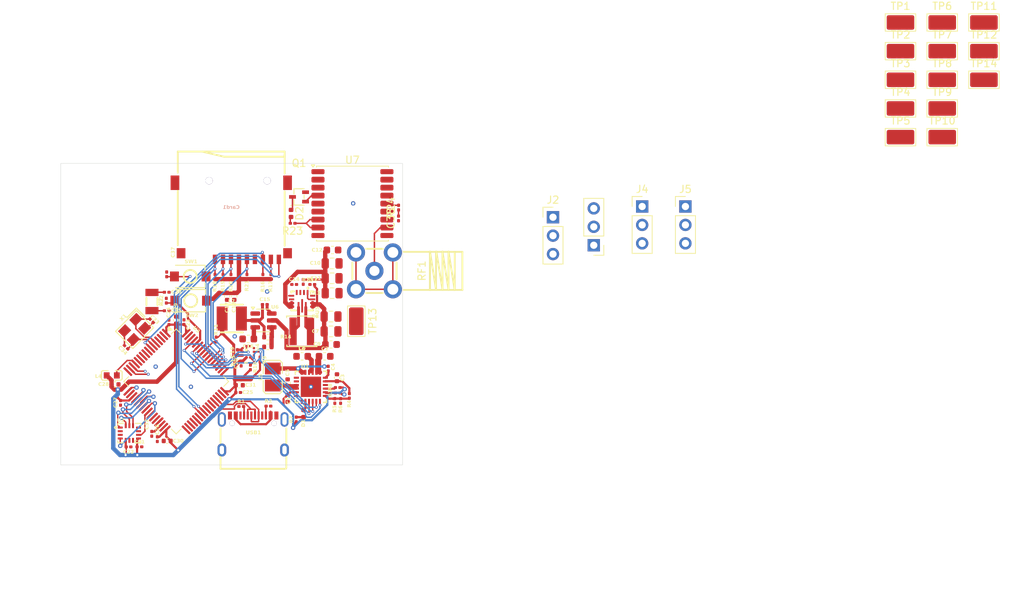
<source format=kicad_pcb>
(kicad_pcb (version 20241229) (generator "pcbnew") (generator_version "9.0")
  (layers (0 "F.Cu" signal) (2 "B.Cu" signal) (13 "F.Paste" user) (15 "B.Paste" user) (5 "F.SilkS" user "F.Silkscreen") (7 "B.SilkS" user "B.Silkscreen") (1 "F.Mask" user) (3 "B.Mask" user) (25 "Edge.Cuts" user))
  (net 0 "")
  (net 1 "VBUS")
  (net 2 "BAT+")
  (net 3 "GND")
  (net 4 "VREGN")
  (net 5 "Net-(U1-BTST)")
  (net 6 "/BTST")
  (net 7 "Net-(C5-Pad1)")
  (net 8 "VSYS")
  (net 9 "+5V")
  (net 10 "Net-(U5-Vaux)")
  (net 11 "Net-(U6-SW)")
  (net 12 "Net-(U6-CB)")
  (net 13 "+3.3V")
  (net 14 "Net-(U3-VCAP_1)")
  (net 15 "/HSE_IN")
  (net 16 "/HSE_OUT")
  (net 17 "/LSE_IN")
  (net 18 "/LSE_OUT")
  (net 19 "/RESET")
  (net 20 "/SD_DAT1")
  (net 21 "/SD_DAT0")
  (net 22 "/SD_CD")
  (net 23 "/SD_DAT2")
  (net 24 "/SD_DAT3")
  (net 25 "/SD_CLK")
  (net 26 "/SD_CMD")
  (net 27 "Net-(D1-K)")
  (net 28 "Net-(D1-A)")
  (net 29 "/SERVO1")
  (net 30 "/SERVO2")
  (net 31 "Net-(U3-VDDA)")
  (net 32 "Net-(U5-L1)")
  (net 33 "Net-(U5-L2)")
  (net 34 "Net-(USB1-CC1)")
  (net 35 "Net-(USB1-CC2)")
  (net 36 "Net-(U1-ILIM)")
  (net 37 "Net-(U1-TS)")
  (net 38 "/BQ_PG")
  (net 39 "/I2C_SDA")
  (net 40 "/I2C_SCL")
  (net 41 "/BQ_INT")
  (net 42 "Net-(U5-EN)")
  (net 43 "Net-(U5-PG)")
  (net 44 "Net-(U6-FB)")
  (net 45 "/BOOT")
  (net 49 "/BQ_CE")
  (net 50 "/ICM_INT1")
  (net 55 "/ICM_CS")
  (net 56 "/ICM_SCK")
  (net 57 "/ICM_INT2")
  (net 59 "/ICM_SDO")
  (net 60 "/ICM_SDI")
  (net 71 "/SERVO4")
  (net 73 "/SERVO3")
  (net 74 "/USB_DP")
  (net 77 "/BMP_INT")
  (net 78 "/USB_DN")
  (net 84 "/UART1_RX")
  (net 85 "/UART3_TX")
  (net 86 "/UART1_TX")
  (net 87 "/UART3_RX")
  (net 88 "/UART6_RX")
  (net 89 "/UART6_TX")
  (net 90 "Net-(C2-Pad1)")
  (net 91 "Net-(C38-Pad2)")
  (net 92 "Net-(D2-A)")
  (net 93 "Net-(D2-K)")
  (net 94 "Net-(RF1-Pad1)")
  (net 95 "/RF")
  (net 99 "Net-(U7-V_BCKP)")
  (net 104 "/PULSE")
  (net 105 "/VCC_RF")
  (footprint "Capacitor_SMD:C_0402_1005Metric" (layer "F.Cu") (at 180.46 118.3 90)
    (property "Reference" "C5")
    (property "Value" "10uF")
  )
  (footprint "Capacitor_SMD:C_0201_0603Metric" (layer "F.Cu") (at 158.2 113.39 135)
    (property "Reference" "C34")
    (property "Value" "20pF")
  )
  (footprint "Resistor_SMD:R_0201_0603Metric" (layer "F.Cu") (at 195.75 94.155 90)
    (property "Reference" "R24")
    (property "Value" "10")
  )
  (footprint "Resistor_SMD:R_0201_0603Metric" (layer "F.Cu") (at 187.76 120.8 90)
    (property "Reference" "R6")
    (property "Value" "10K")
  )
  (footprint "TestPoint:TestPoint_Keystone_5019_Miniature" (layer "F.Cu") (at 276.42 72.59)
    (property "Reference" "TP12")
    (property "Value" "TestPoint_Flag")
  )
  (footprint "lcsc:CRYSTAL-SMD_4P-L3.2-W2.5-BL" (layer "F.Cu") (at 159.37 110.95 -135)
    (property "Reference" "X1")
    (property "Value" "X322525MOB4SI")
  )
  (footprint "Resistor_SMD:R_0201_0603Metric" (layer "F.Cu") (at 187.36 118.95)
    (property "Reference" "R8")
    (property "Value" "10K")
  )
  (footprint "TestPoint:TestPoint_Keystone_5019_Miniature" (layer "F.Cu") (at 270.67 68.64)
    (property "Reference" "TP6")
    (property "Value" "TestPoint_Flag")
  )
  (footprint "Capacitor_SMD:C_0201_0603Metric" (layer "F.Cu") (at 164.1 109.965 90)
    (property "Reference" "C24")
    (property "Value" "100nF")
  )
  (footprint "Resistor_SMD:R_0201_0603Metric" (layer "F.Cu") (at 181.15 96.32 180)
    (property "Reference" "R23")
    (property "Value" "820")
  )
  (footprint "TestPoint:TestPoint_Keystone_5019_Miniature" (layer "F.Cu") (at 189.92 109.81 -90)
    (property "Reference" "TP13")
    (property "Value" "TestPoint_Flag")
  )
  (footprint "TestPoint:TestPoint_Keystone_5019_Miniature" (layer "F.Cu") (at 264.92 72.59)
    (property "Reference" "TP2")
    (property "Value" "TestPoint_Flag")
  )
  (footprint "Resistor_SMD:R_0201_0603Metric" (layer "F.Cu") (at 172.65 103.69 -90)
    (property "Reference" "R20")
    (property "Value" "10K")
  )
  (footprint "RF_GPS:ublox_MAX" (layer "F.Cu") (at 189.39 93.6)
    (property "Reference" "U7")
    (property "Value" "MAX-M10S")
  )
  (footprint "lcsc:SOT-323-3_L2.0-W1.3-P1.30-LS2.1-BR" (layer "F.Cu") (at 182.03 92.68)
    (property "Reference" "Q1")
    (property "Value" "PDTC114EU,115")
  )
  (footprint "Capacitor_SMD:C_0201_0603Metric" (layer "F.Cu") (at 157.43 121.06 -90)
    (property "Reference" "C27")
    (property "Value" "100nF")
  )
  (footprint "Capacitor_SMD:C_0201_0603Metric" (layer "F.Cu") (at 195.74 95.64 90)
    (property "Reference" "C38")
    (property "Value" "100nF")
  )
  (footprint "Capacitor_SMD:C_0402_1005Metric" (layer "F.Cu") (at 180.46 120.45 -90)
    (property "Reference" "C1")
    (property "Value" "1uF")
  )
  (footprint "LED_SMD:LED_0402_1005Metric" (layer "F.Cu") (at 180.93 94.955 -90)
    (property "Reference" "D2")
    (property "Value" "LED")
  )
  (footprint "Capacitor_SMD:C_0402_1005Metric" (layer "F.Cu") (at 156.67 118.52)
    (property "Reference" "C28")
    (property "Value" "1uF")
  )
  (footprint "lcsc:USB-C-SMD_TYPE-C-6PIN-2MD-073" (layer "F.Cu") (at 175.71 125.18)
    (property "Reference" "USB1")
    (property "Value" "TYPE-C 16PIN 2MD(073)")
  )
  (footprint "Capacitor_SMD:C_0603_1608Metric" (layer "F.Cu") (at 186.44 113.015)
    (property "Reference" "C9")
    (property "Value" "10uF")
  )
  (footprint "lcsc:VFQFPN-24_L4.0-W4.0-P0.50-BL-EP2.8" (layer "F.Cu") (at 183.66 118.85)
    (property "Reference" "U1")
    (property "Value" "BQ25883RGER")
  )
  (footprint "Capacitor_SMD:C_0201_0603Metric" (layer "F.Cu") (at 173.53 114.07 90)
    (property "Reference" "C19")
    (property "Value" "100nF")
  )
  (footprint "Capacitor_SMD:C_0402_1005Metric" (layer "F.Cu") (at 173.8 118.63)
    (property "Reference" "C31")
    (property "Value" "10uF")
  )
  (footprint "Capacitor_SMD:C_0805_2012Metric" (layer "F.Cu") (at 186.44 109.165)
    (property "Reference" "C8")
    (property "Value" "10uF")
  )
  (footprint "Capacitor_SMD:C_0805_2012Metric" (layer "F.Cu") (at 186.44 111.215)
    (property "Reference" "C7")
    (property "Value" "10uF")
  )
  (footprint "Capacitor_SMD:C_0201_0603Metric" (layer "F.Cu") (at 162.5 126.06 -90)
    (property "Reference" "C26")
    (property "Value" "100nF")
  )
  (footprint "Capacitor_SMD:C_0603_1608Metric" (layer "F.Cu") (at 182.46 114.65 180)
    (property "Reference" "C6")
    (property "Value" "44uF")
  )
  (footprint "LED_SMD:LED_0402_1005Metric" (layer "F.Cu") (at 182.66 122.5325 -90)
    (property "Reference" "D1")
    (property "Value" "LED")
  )
  (footprint "Capacitor_SMD:C_0805_2012Metric" (layer "F.Cu") (at 186.59 101.845)
    (property "Reference" "C10")
    (property "Value" "22uF")
  )
  (footprint "lcsc:SMA-TH_SMA-KWE902" (layer "F.Cu") (at 192.42 102.87 -90)
    (property "Reference" "RF1")
    (property "Value" "SMA-KWE902")
  )
  (footprint "Resistor_SMD:R_0201_0603Metric" (layer "F.Cu") (at 176.655 115.095 -90)
    (property "Reference" "R9")
    (property "Value" "10K")
  )
  (footprint "Connector_PinHeader_2.54mm:PinHeader_1x03_P2.54mm_Vertical" (layer "F.Cu") (at 222.65 99.34 180)
    (property "Reference" "J3" (hide yes))
    (property "Value" "Conn_01x03")
  )
  (footprint "lcsc:LGA-14_L3.0-W2.5-P0.50-TL" (layer "F.Cu") (at 158.65 125.22)
    (property "Reference" "U2")
    (property "Value" "ICM-45686" (hide yes))
  )
  (footprint "lcsc:IND-SMD_L3.0-W3.0" (layer "F.Cu") (at 172.76 109.44)
    (property "Reference" "L7")
    (property "Value" "YHNR3015-5R6M")
  )
  (footprint "Resistor_SMD:R_0201_0603Metric" (layer "F.Cu") (at 181.645 123.35 -90)
    (property "Reference" "R7")
    (property "Value" "10K")
  )
  (footprint "Resistor_SMD:R_0201_0603Metric" (layer "F.Cu") (at 183.855 104.745)
    (property "Reference" "R12")
    (property "Value" "10K")
  )
  (footprint "Capacitor_SMD:C_0402_1005Metric" (layer "F.Cu") (at 163.86 126.31 180)
    (property "Reference" "C30")
    (property "Value" "1uF")
  )
  (footprint "TestPoint:TestPoint_Keystone_5019_Miniature" (layer "F.Cu") (at 276.42 68.64)
    (property "Reference" "TP11")
    (property "Value" "TestPoint_Flag")
  )
  (footprint "Capacitor_SMD:C_0402_1005Metric" (layer "F.Cu") (at 187.26 117.6 90)
    (property "Reference" "C3")
    (property "Value" "10uF")
  )
  (footprint "Resistor_SMD:R_0201_0603Metric" (layer "F.Cu") (at 188.96 120.1 90)
    (property "Reference" "R4")
    (property "Value" "5.23K")
  )
  (footprint "Resistor_SMD:R_0201_0603Metric" (layer "F.Cu") (at 187.37 119.7)
    (property "Reference" "R3")
    (property "Value" "383")
  )
  (footprint "Capacitor_SMD:C_0603_1608Metric" (layer "F.Cu") (at 186.64 99.995)
    (property "Reference" "C12")
    (property "Value" "10uF")
  )
  (footprint "Capacitor_SMD:C_0201_0603Metric" (layer "F.Cu") (at 161.73 125.33 -90)
    (property "Reference" "C32")
    (property "Value" "2.2uF")
  )
  (footprint "Connector_PinHeader_2.54mm:PinHeader_1x03_P2.54mm_Vertical" (layer "F.Cu") (at 217.03 95.48)
    (property "Reference" "J2")
    (property "Value" "Conn_01x03")
  )
  (footprint "lcsc:VQFN-HR-15_L3.0-W2.5-P0.50-BL_TPS63070RNMR" (layer "F.Cu") (at 182.46 106.87 180)
    (property "Reference" "U5")
    (property "Value" "TPS63070RNMR")
  )
  (footprint "lcsc:IND-SMD_L4.0-W4.0-A" (layer "F.Cu") (at 182.41 111.2)
    (property "Reference" "L6")
    (property "Value" "XFL4020-152MEC")
  )
  (footprint "TestPoint:TestPoint_Keystone_5019_Miniature" (layer "F.Cu") (at 276.42 76.54)
    (property "Reference" "TP14")
    (property "Value" "TestPoint_Flag")
  )
  (footprint "Resistor_SMD:R_0201_0603Metric" (layer "F.Cu") (at 177.81 121.5125)
    (property "Reference" "R2")
    (property "Value" "5.1K")
  )
  (footprint "TestPoint:TestPoint_Keystone_5019_Miniature" (layer "F.Cu") (at 264.92 68.64)
    (property "Reference" "TP1")
    (property "Value" "TestPoint_Flag")
  )
  (footprint "Package_QFP:LQFP-64_10x10mm_P0.5mm" (layer "F.Cu") (at 165.1 118.115 -45)
    (property "Reference" "U3")
    (property "Value" "STM32F722RETx")
  )
  (footprint "TestPoint:TestPoint_Keystone_5019_Miniature" (layer "F.Cu") (at 264.92 76.54)
    (property "Reference" "TP3")
    (property "Value" "TestPoint_Flag")
  )
  (footprint "Capacitor_SMD:C_0201_0603Metric" (layer "F.Cu") (at 161.71 109.75 -45)
    (property "Reference" "C33")
    (property "Value" "20pF")
  )
  (footprint "lcsc:L0603" (layer "F.Cu") (at 156.22 117.28 180)
    (property "Reference" "L4")
    (property "Value" "FCM1608KF-601T03")
  )
  (footprint "Capacitor_SMD:C_0201_0603Metric" (layer "F.Cu") (at 174.055 115.645 -90)
    (property "Reference" "C20")
    (property "Value" "100nF")
  )
  (footprint "TestPoint:TestPoint_Keystone_5019_Miniature" (layer "F.Cu") (at 264.92 80.49)
    (property "Reference" "TP4")
    (property "Value" "TestPoint_Flag")
  )
  (footprint "Capacitor_SMD:C_0201_0603Metric" (layer "F.Cu") (at 163.79 103.35 -90)
    (property "Reference" "C37")
    (property "Value" "100nF")
  )
  (footprint "Resistor_SMD:R_0201_0603Metric" (layer "F.Cu") (at 171.55 103.69 -90)
    (property "Reference" "R19")
    (property "Value" "10K")
  )
  (footprint "lcsc:SW-SMD_L3.9-W3.0-P4.45" (layer "F.Cu") (at 167.04 103.64 180)
    (property "Reference" "SW1")
    (property "Value" "TS-1088-AR02016" (hide yes))
  )
  (footprint "Capacitor_SMD:C_0201_0603Metric" (layer "F.Cu") (at 160.03 127.12)
    (property "Reference" "C21")
    (property "Value" "100nF")
  )
  (footprint "Resistor_SMD:R_0201_0603Metric" (layer "F.Cu") (at 178.15 103.69 -90)
    (property "Reference" "R17")
    (property "Value" "10K")
  )
  (footprint "Resistor_SMD:R_0201_0603Metric" (layer "F.Cu") (at 170.45 103.69 -90)
    (property "Reference" "R18")
    (property "Value" "10K")
  )
  (footprint "Resistor_SMD:R_0402_1005Metric" (layer "F.Cu") (at 177.7325 112.0025 180)
    (property "Reference" "R14")
    (property "Value" "100K")
  )
  (footprint "lcsc:L2520" (layer "F.Cu") (at 178.41 117.5 -90)
    (property "Reference" "L5")
    (property "Value" "DFE252012F-1R0M=P2")
  )
  (footprint "Capacitor_SMD:C_0402_1005Metric" (layer "F.Cu") (at 172.12 106.39 -90)
    (property "Reference" "C17")
    (property "Value" "22uF" (hide yes))
  )
  (footprint "TestPoint:TestPoint_Keystone_5019_Miniature" (layer "F.Cu") (at 270.67 76.54)
    (property "Reference" "TP8")
    (property "Value" "TestPoint_Flag")
  )
  (footprint "TestPoint:TestPoint_Keystone_5019_Miniature" (layer "F.Cu") (at 264.92 84.44)
    (property "Reference" "TP5")
    (property "Value" "TestPoint_Flag")
  )
  (footprint "lcsc:FC-135R_L3.2-W1.5" (layer "F.Cu") (at 161.76 107.095 90)
    (property "Reference" "X2")
    (property "Value" "Q13FC1350000400")
  )
  (footprint "lcsc:TF-SMD_TF-01A" (layer "F.Cu") (at 172.69 96.01 180)
    (property "Reference" "Card1")
    (property "Value" "TF-01A")
  )
  (footprint "Capacitor_SMD:C_0201_0603Metric" (layer "F.Cu") (at 186.06 116.35 -90)
    (property "Reference" "C4")
    (property "Value" "47nF")
  )
  (footprint "Resistor_SMD:R_0201_0603Metric" (layer "F.Cu") (at 186.96 120.8 90)
    (property "Reference" "R5")
    (property "Value" "30.1K")
  )
  (footprint "Capacitor_SMD:C_0402_1005Metric" (layer "F.Cu") (at 165.1 109.665 90)
    (property "Reference" "C29")
    (property "Value" "1uF")
  )
  (footprint "Capacitor_SMD:C_0201_0603Metric" (layer "F.Cu") (at 163.795 108.37)
    (property "Reference" "C35")
    (property "Value" "6.8pF")
  )
  (footprint "lcsc:LGA-10_L2.0-W2.0-P0.50-TL_BMP580" (layer "F.Cu") (at 175.03 114.02 90)
    (property "Reference" "U4")
    (property "Value" "BMP580")
  )
  (footprint "Capacitor_SMD:C_0201_0603Metric" (layer "F.Cu") (at 163.795 105.82)
    (property "Reference" "C36")
    (property "Value" "6.8pF")
  )
  (footprint "Package_TO_SOT_SMD:SOT-23-6" (layer "F.Cu") (at 177.1325 109.7025)
    (property "Reference" "U6")
    (property "Value" "LMR51430")
  )
  (footprint "Connector_PinHeader_2.54mm:PinHeader_1x03_P2.54mm_Vertical" (layer "F.Cu") (at 235.28 94)
    (property "Reference" "J5")
    (property "Value" "Conn_01x03")
  )
  (footprint "Resistor_SMD:R_0201_0603Metric" (layer "F.Cu") (at 174.85 103.69 -90)
    (property "Reference" "R21")
    (property "Value" "10K")
  )
  (footprint "TestPoint:TestPoint_Keystone_5019_Miniature" (layer "F.Cu") (at 270.67 84.44)
    (property "Reference" "TP10")
    (property "Value" "TestPoint_Flag")
  )
  (footprint "Capacitor_SMD:C_0201_0603Metric" (layer "F.Cu") (at 181.36 104.745 180)
    (property "Reference" "C14")
    (property "Value" "100nF")
  )
  (footprint "TestPoint:TestPoint_Keystone_5019_Miniature" (layer "F.Cu") (at 270.67 80.49)
    (property "Reference" "TP9")
    (property "Value" "TestPoint_Flag")
  )
  (footprint "Resistor_SMD:R_0402_1005Metric" (layer "F.Cu") (at 177.7325 113.3525)
    (property "Reference" "R15")
    (property "Value" "22.1K")
  )
  (footprint "Capacitor_SMD:C_0201_0603Metric" (layer "F.Cu") (at 166.175 109.94 90)
    (property "Reference" "C23")
    (property "Value" "100nF")
  )
  (footprint "Capacitor_SMD:C_0805_2012Metric" (layer "F.Cu") (at 186.59 103.895)
    (property "Reference" "C11")
    (property "Value" "22uF")
  )
  (footprint "Resistor_SMD:R_0201_0603Metric" (layer "F.Cu") (at 182.61 104.395 -90)
    (property "Reference" "R13")
    (property "Value" "10K")
  )
  (footprint "Capacitor_SMD:C_0201_0603Metric" (layer "F.Cu") (at 158.53 127.13)
    (property "Reference" "C22")
    (property "Value" "100nF")
  )
  (footprint "Resistor_SMD:R_0201_0603Metric" (layer "F.Cu") (at 163.74 106.98 -90)
    (property "Reference" "R22")
    (property "Value" "10K")
  )
  (footprint "Resistor_SMD:R_0201_0603Metric" (layer "F.Cu") (at 174.065 121.5625 180)
    (property "Reference" "R1")
    (property "Value" "5.1K")
  )
  (footprint "Capacitor_SMD:C_0402_1005Metric" (layer "F.Cu") (at 173.1 106.39 -90)
    (property "Reference" "C18")
    (property "Value" "22uF" (hide yes))
  )
  (footprint "Resistor_SMD:R_0201_0603Metric" (layer "F.Cu") (at 170.61 112.325 90)
    (property "Reference" "R11")
    (property "Value" "10K")
  )
  (footprint "Capacitor_SMD:C_0201_0603Metric" (layer "F.Cu") (at 177.3125 107.5025 180)
    (property "Reference" "C15")
    (property "Value" "100nF")
  )
  (footprint "lcsc:SW-SMD_L3.9-W3.0-P4.45" (layer "F.Cu") (at 167.1 106.98 180)
    (property "Reference" "SW2")
    (property "Value" "TS-1088-AR02016" (hide yes))
  )
  (footprint "Capacitor_SMD:C_0805_2012Metric" (layer "F.Cu") (at 186.59 105.945)
    (property "Reference" "C13")
    (property "Value" "22uF")
  )
  (footprint "Capacitor_SMD:C_0201_0603Metric" (layer "F.Cu") (at 173.635 119.63)
    (property "Reference" "C25")
    (property "Value" "100nF" (hide yes))
  )
  (footprint "Resistor_SMD:R_0201_0603Metric" (layer "F.Cu") (at 177.05 103.69 -90)
    (property "Reference" "R16")
    (property "Value" "10K")
  )
  (footprint "Capacitor_SMD:C_0603_1608Metric" (layer "F.Cu") (at 185.56 114.65)
    (property "Reference" "C2")
    (property "Value" "10uF")
  )
  (footprint "Resistor_SMD:R_0201_0603Metric" (layer "F.Cu") (at 175.33 116.17 -90)
    (property "Reference" "R10")
    (property "Value" "10K")
  )
  (footprint "Capacitor_SMD:C_0603_1608Metric" (layer "F.Cu") (at 175.0325 112.2525 180)
    (property "Reference" "C16")
    (property "Value" "2.2uF")
  )
  (footprint "Connector_PinHeader_2.54mm:PinHeader_1x03_P2.54mm_Vertical" (layer "F.Cu") (at 229.32 94)
    (property "Reference" "J4")
    (property "Value" "Conn_01x03")
  )
  (footprint "TestPoint:TestPoint_Keystone_5019_Miniature" (layer "F.Cu") (at 270.67 72.59)
    (property "Reference" "TP7")
    (property "Value" "TestPoint_Flag")
  )
  (gr_rect (start 149.19 88.0675) (end 196.3 129.6175) (stroke (width 0.05)) (fill no) (layer "Edge.Cuts"))
  (segment (start 173.31 123.348) (end 173.31 122.8) (width 0.3) (layer "F.Cu") (net 1))
  (segment (start 178.11 123.378636) (end 178.11 122.8) (width 0.3) (layer "F.Cu") (net 1))
  (segment (start 173.964 124.002) (end 173.31 123.348) (width 0.3) (layer "F.Cu") (net 1))
  (segment (start 180.46 120.015) (end 180.46 119.97) (width 0.3) (layer "F.Cu") (net 1))
  (segment (start 178.11 122.273) (end 178.11 122.8) (width 0.3) (layer "F.Cu") (net 1))
  (segment (start 178.11 123.378636) (end 177.486636 124.002) (width 0.3) (layer "F.Cu") (net 1))
  (segment (start 180.83 119.6) (end 180.46 119.97) (width 0.3) (layer "F.Cu") (net 1))
  (segment (start 177.486636 124.002) (end 173.964 124.002) (width 0.3) (layer "F.Cu") (net 1))
  (segment (start 179.899 120.531) (end 179.899 121.284) (width 0.3) (layer "F.Cu") (net 1))
  (segment (start 181.66 119.6) (end 180.83 119.6) (width 0.3) (layer "F.Cu") (net 1))
  (segment (start 180.46 119.97) (end 179.899 120.531) (width 0.3) (layer "F.Cu") (net 1))
  (segment (start 185.145 107.755) (end 185.361 107.971) (width 0.6) (layer "F.Cu") (net 2))
  (segment (start 185.179 113.501) (end 185.665 113.015) (width 0.6) (layer "F.Cu") (net 2))
  (segment (start 184.084 107.5) (end 183.91 107.326) (width 0.6) (layer "F.Cu") (net 2))
  (segment (start 184.89 107.5) (end 184.21 107.5) (width 0.6) (layer "F.Cu") (net 2))
  (segment (start 185.665 111.39) (end 185.49 111.215) (width 0.6) (layer "F.Cu") (net 2))
  (segment (start 184.21 107.5) (end 183.91 107.8) (width 0.6) (layer "F.Cu") (net 2))
  (segment (start 180.309 113.501) (end 185.179 113.501) (width 0.6) (layer "F.Cu") (net 2))
  (segment (start 184.175 104.745) (end 184.175 105.025) (width 0.3) (layer "F.Cu") (net 2))
  (segment (start 185.49 108.1) (end 185.145 107.755) (width 0.6) (layer "F.Cu") (net 2))
  (segment (start 178.27 109.7025) (end 178.932499 109.7025) (width 0.6) (layer "F.Cu") (net 2))
  (segment (start 178.809 109.7025) (end 178.27 109.7025) (width 0.6) (layer "F.Cu") (net 2))
  (segment (start 184.511 105.361) (end 184.511 107.199) (width 0.3) (layer "F.Cu") (net 2))
  (segment (start 175.8075 112.2525) (end 175.8075 110.84) (width 0.6) (layer "F.Cu") (net 2))
  (segment (start 178.932499 109.7025) (end 180.309 111.079001) (width 0.6) (layer "F.Cu") (net 2))
  (segment (start 185.665 113.015) (end 185.665 111.39) (width 0.6) (layer "F.Cu") (net 2))
  (segment (start 185.145 107.755) (end 184.89 107.5) (width 0.6) (layer "F.Cu") (net 2))
  (segment (start 185.49 111.215) (end 185.49 109.165) (width 0.6) (layer "F.Cu") (net 2))
  (segment (start 185.49 109.165) (end 185.49 108.1) (width 0.6) (layer "F.Cu") (net 2))
  (segment (start 184.511 107.199) (end 184.21 107.5) (width 0.3) (layer "F.Cu") (net 2))
  (segment (start 175.8075 110.84) (end 175.995 110.6525) (width 0.6) (layer "F.Cu") (net 2))
  (segment (start 180.309 111.079001) (end 180.309 113.501) (width 0.6) (layer "F.Cu") (net 2))
  (segment (start 184.175 105.025) (end 184.511 105.361) (width 0.3) (layer "F.Cu") (net 2))
  (segment (start 157.973726 111.144193) (end 157.991142 111.126777) (width 0.2) (layer "F.Cu") (net 3))
  (segment (start 188.267182 119.902818) (end 187.982818 119.902818) (width 0.3) (layer "F.Cu") (net 3))
  (segment (start 174.02 113.75) (end 174.25 113.52) (width 0.3) (layer "F.Cu") (net 3))
  (segment (start 187.78 119.7) (end 187.69 119.7) (width 0.3) (layer "F.Cu") (net 3))
  (segment (start 161.139325 110.773223) (end 161.936274 109.976274) (width 0.2) (layer "F.Cu") (net 3))
  (segment (start 160.748858 110.773223) (end 161.139325 110.773223) (width 0.2) (layer "F.Cu") (net 3))
  (segment (start 157.973726 113.163726) (end 157.973726 111.144193) (width 0.2) (layer "F.Cu") (net 3))
  (segment (start 187.982818 119.902818) (end 187.78 119.7) (width 0.3) (layer "F.Cu") (net 3))
  (segment (start 173.53 113.75) (end 173.98 113.75) (width 0.3) (layer "F.Cu") (net 3))
  (segment (start 173.98 113.75) (end 174.25 114.02) (width 0.3) (layer "F.Cu") (net 3))
  (segment (start 173.53 113.75) (end 174.02 113.75) (width 0.3) (layer "F.Cu") (net 3))
  (via (at 177.64 105.72) (size 0.6) (drill 0.3) (layers "F.Cu" "B.Cu") (net 3))
  (via (at 183.67 118.85) (size 0.6) (drill 0.3) (layers "F.Cu" "B.Cu") (net 3))
  (via (at 173.16 111.9) (size 0.6) (drill 0.3) (layers "F.Cu" "B.Cu") (net 3))
  (via (at 188.267182 119.902818) (size 0.6) (drill 0.3) (layers "F.Cu" "B.Cu") (net 3))
  (via (at 162.27 116.07) (size 0.6) (drill 0.3) (layers "F.Cu" "B.Cu") (net 3))
  (via (at 167.13 118.85) (size 0.6) (drill 0.3) (layers "F.Cu" "B.Cu") (net 3))
  (via (at 189.49 93.57) (size 0.6) (drill 0.3) (layers "F.Cu" "B.Cu") (net 3))
  (segment (start 185.68 118.08) (end 185.66 118.1) (width 0.3) (layer "F.Cu") (net 4))
  (segment (start 188.96 119.78) (end 188.96 119.04) (width 0.3) (layer "F.Cu") (net 4))
  (segment (start 188 118.08) (end 187.26 118.08) (width 0.3) (layer "F.Cu") (net 4))
  (segment (start 188.96 119.04) (end 188 118.08) (width 0.3) (layer "F.Cu") (net 4))
  (segment (start 187.26 118.08) (end 185.68 118.08) (width 0.3) (layer "F.Cu") (net 4))
  (segment (start 186.06 116.67) (end 186.06 117.2) (width 0.3) (layer "F.Cu") (net 5))
  (segment (start 186.06 117.2) (end 185.66 117.6) (width 0.3) (layer "F.Cu") (net 5))
  (segment (start 186.06 116.03) (end 185.54 116.03) (width 0.3) (layer "F.Cu") (net 6))
  (segment (start 181.9 116.33) (end 178.41 116.33) (width 0.6) (layer "F.Cu") (net 6))
  (segment (start 182.42 116.85) (end 182.75 116.85) (width 0.6) (layer "F.Cu") (net 6))
  (segment (start 185.54 116.03) (end 185.52 116.05) (width 0.3) (layer "F.Cu") (net 6))
  (segment (start 182.42 116.85) (end 181.9 116.33) (width 0.6) (layer "F.Cu") (net 6))
  (via (at 185.52 116.05) (size 0.6) (drill 0.3) (layers "F.Cu" "B.Cu") (net 6))
  (via (at 181.9 116.33) (size 0.6) (drill 0.3) (layers "F.Cu" "B.Cu") (net 6))
  (segment (start 185.52 116.05) (end 182.18 116.05) (width 0.3) (layer "B.Cu") (net 6))
  (segment (start 182.18 116.05) (end 181.9 116.33) (width 0.3) (layer "B.Cu") (net 6))
  (segment (start 178.41 118.67) (end 180.35 118.67) (width 0.6) (layer "F.Cu") (net 7))
  (segment (start 181.621 118.78) (end 181.66 118.741) (width 0.6) (layer "F.Cu") (net 7))
  (segment (start 180.35 118.67) (end 180.46 118.78) (width 0.6) (layer "F.Cu") (net 7))
  (segment (start 180.46 118.78) (end 181.621 118.78) (width 0.6) (layer "F.Cu") (net 7))
  (segment (start 180.7 118.78) (end 180.879 118.959) (width 0.6) (layer "F.Cu") (net 7))
  (segment (start 180.46 118.78) (end 180.7 118.78) (width 0.6) (layer "F.Cu") (net 7))
  (segment (start 180.879 118.959) (end 181.66 118.959) (width 0.6) (layer "F.Cu") (net 7))
  (segment (start 183.75 115.165) (end 183.75 116.69) (width 0.6) (layer "F.Cu") (net 8))
  (segment (start 183.235 114.65) (end 183.75 115.165) (width 0.6) (layer "F.Cu") (net 8))
  (segment (start 183.75 115.165) (end 183.75 116.51) (width 0.6) (layer "F.Cu") (net 8))
  (segment (start 183.75 116.51) (end 183.551 116.709) (width 0.6) (layer "F.Cu") (net 8))
  (segment (start 180.76 107.55) (end 181.01 107.8) (width 0.6) (layer "F.Cu") (net 9))
  (segment (start 180.633 106.3) (end 181.01 106.3) (width 0.2) (layer "F.Cu") (net 9))
  (segment (start 185.64 103.01) (end 185.64 102.685) (width 0.6) (layer "F.Cu") (net 9))
  (segment (start 185.64 103.895) (end 185.64 103.01) (width 0.6) (layer "F.Cu") (net 9))
  (segment (start 180.14 104.703708) (end 181.833708 103.01) (width 0.6) (layer "F.Cu") (net 9))
  (segment (start 185.64 103.895) (end 185.64 105.945) (width 0.6) (layer "F.Cu") (net 9))
  (segment (start 181.833708 103.01) (end 185.64 103.01) (width 0.6) (layer "F.Cu") (net 9))
  (segment (start 181.01 106.3) (end 180.61 106.3) (width 0.2) (layer "F.Cu") (net 9))
  (segment (start 185.47 102.855) (end 185.64 102.685) (width 0.3) (layer "F.Cu") (net 9))
  (segment (start 185.46 104.075) (end 185.64 103.895) (width 0.3) (layer "F.Cu") (net 9))
  (segment (start 180.733 107.8) (end 180.14 107.207) (width 0.6) (layer "F.Cu") (net 9))
  (segment (start 180.14 107.207) (end 180.14 104.703708) (width 0.6) (layer "F.Cu") (net 9))
  (segment (start 181.01 107.8) (end 180.733 107.8) (width 0.6) (layer "F.Cu") (net 9))
  (segment (start 185.64 100.22) (end 185.865 99.995) (width 0.6) (layer "F.Cu") (net 9))
  (segment (start 182.61 104.075) (end 185.46 104.075) (width 0.3) (layer "F.Cu") (net 9))
  (segment (start 185.64 102.685) (end 185.64 101.845) (width 0.6) (layer "F.Cu") (net 9))
  (segment (start 185.64 101.845) (end 185.64 100.22) (width 0.6) (layer "F.Cu") (net 9))
  (segment (start 180.786 107.55) (end 181.01 107.326) (width 0.6) (layer "F.Cu") (net 9))
  (segment (start 174.3525 109.7025) (end 174.09 109.44) (width 0.4) (layer "F.Cu") (net 11))
  (segment (start 176.349468 109.7025) (end 175.995 109.7025) (width 0.4) (layer "F.Cu") (net 11))
  (segment (start 176.9925 109.3175) (end 176.6075 109.7025) (width 0.4) (layer "F.Cu") (net 11))
  (segment (start 176.9925 107.5025) (end 176.9925 109.3175) (width 0.4) (layer "F.Cu") (net 11))
  (segment (start 177.2225 112.0025) (end 177.2225 110.575532) (width 0.4) (layer "F.Cu") (net 11))
  (segment (start 177.2225 110.575532) (end 176.349468 109.7025) (width 0.4) (layer "F.Cu") (net 11))
  (segment (start 175.995 109.7025) (end 174.3525 109.7025) (width 0.4) (layer "F.Cu") (net 11))
  (segment (start 176.6075 109.7025) (end 175.995 109.7025) (width 0.4) (layer "F.Cu") (net 11))
  (segment (start 177.6325 108.115) (end 178.27 108.7525) (width 0.4) (layer "F.Cu") (net 12))
  (segment (start 177.6325 107.5025) (end 177.6325 108.115) (width 0.4) (layer "F.Cu") (net 12))
  (segment (start 173.75 105.62) (end 173.75 101.515) (width 0.6) (layer "F.Cu") (net 13))
  (segment (start 157.05 119.231) (end 156.591001 119.231) (width 0.6) (layer "F.Cu") (net 13))
  (segment (start 162.7783 125.74) (end 162.5 125.74) (width 0.3) (layer "F.Cu") (net 13))
  (segment (start 175.33 116.49) (end 174.03 117.79) (width 0.3) (layer "F.Cu") (net 13))
  (segment (start 173.855001 115.325) (end 173.18 116.000001) (width 0.4) (layer "F.Cu") (net 13))
  (segment (start 163.738819 124.779481) (end 163.738819 125.708819) (width 0.3) (layer "F.Cu") (net 13))
  (segment (start 173.315 119.63) (end 173.315 118.635) (width 0.3) (layer "F.Cu") (net 13))
  (segment (start 174.055 115.325) (end 173.855001 115.325) (width 0.4) (layer "F.Cu") (net 13))
  (segment (start 159.71 127.12) (end 159.71 126.17) (width 0.3) (layer "F.Cu") (net 13))
  (segment (start 183.6 96.9) (end 183.02 96.32) (width 0.2) (layer "F.Cu") (net 13))
  (segment (start 174.255 115.325) (end 174.78 114.8) (width 0.4) (layer "F.Cu") (net 13))
  (segment (start 173.315 119.63) (end 173.315 119.76) (width 0.3) (layer "F.Cu") (net 13))
  (segment (start 170.45 104.01) (end 178.15 104.01) (width 0.6) (layer "F.Cu") (net 13))
  (segment (start 171 105.91) (end 170.18 106.73) (width 0.6) (layer "F.Cu") (net 13))
  (segment (start 159.71 128.22) (end 159.74 128.25) (width 0.3) (layer "F.Cu") (net 13))
  (segment (start 165.1 115.49) (end 165.1 110.145) (width 0.6) (layer "F.Cu") (net 13))
  (segment (start 181.20965 124.5) (end 181.20965 124.10535) (width 0.3) (layer "F.Cu") (net 13))
  (segment (start 163.738819 110.646181) (end 164.1 110.285) (width 0.3) (layer "F.Cu") (net 13))
  (segment (start 172.12 105.91) (end 173.1 105.91) (width 0.6) (layer "F.Cu") (net 13))
  (segment (start 187.68 118.95) (end 188.092182 118.95) (width 0.3) (layer "F.Cu") (net 13))
  (segment (start 173.53 114.39) (end 173.66 114.52) (width 0.4) (layer "F.Cu") (net 13))
  (segment (start 173.029 113.059) (end 171.43 111.46) (width 0.4) (layer "F.Cu") (net 13))
  (segment (start 156.19 117.95) (end 155.52 117.28) (width 0.6) (layer "F.Cu") (net 13))
  (segment (start 165.215 110.26) (end 165.1 110.145) (width 0.3) (layer "F.Cu") (net 13))
  (segment (start 176.655 115.415) (end 176.655 116.52) (width 0.3) (layer "F.Cu") (net 13))
  (segment (start 188.092182 118.95) (end 188.318591 119.176409) (width 0.3) (layer "F.Cu") (net 13))
  (segment (start 163.738819 111.450519) (end 163.738819 110.646181) (width 0.3) (layer "F.Cu") (net 13))
  (segment (start 173.18 116.000001) (end 173.18 114.74) (width 0.4) (layer "F.Cu") (net 13))
  (segment (start 183.54 95.8) (end 184.64 95.8) (width 0.2) (layer "F.Cu") (net 13))
  (segment (start 181.47 96.32) (end 183.02 96.32) (width 0.2) (layer "F.Cu") (net 13))
  (segment (start 171.764481 119.476181) (end 172.473819 119.476181) (width 0.3) (layer "F.Cu") (net 13))
  (segment (start 157.51797 119.231) (end 157.05 119.231) (width 0.6) (layer "F.Cu") (net 13))
  (segment (start 159.71 127.12) (end 159.71 128.22) (width 0.3) (layer "F.Cu") (net 13))
  (segment (start 157.02 120.365) (end 157.02 119.261) (width 0.3) (layer "F.Cu") (net 13))
  (segment (start 159.71 126.17) (end 159.91 125.97) (width 0.3) (layer "F.Cu") (net 13))
  (segment (start 164.1 110.285) (end 164.96 110.285) (width 0.3) (layer "F.Cu") (net 13))
  (segment (start 171.43 111.46) (end 171.43 109.44) (width 0.6) (layer "F.Cu") (net 13))
  (segment (start 173.315 119.685) (end 172.43 120.57) (width 0.3) (layer "F.Cu") (net 13))
  (segment (start 173.18 114.74) (end 173.53 114.39) (width 0.4) (layer "F.Cu") (net 13))
  (segment (start 158.21 128.17) (end 158.13 128.25) (width 0.2) (layer "F.Cu") (net 13))
  (segment (start 156.19 118.829999) (end 156.19 118.52) (width 0.6) (layer "F.Cu") (net 13))
  (segment (start 173.315 118.635) (end 173.32 118.63) (width 0.3) (layer "F.Cu") (net 13))
  (segment (start 173.18 117.795) (end 174.03 117.795) (width 0.6) (layer "F.Cu") (net 13))
  (segment (start 158.21 127.13) (end 158.21 128.17) (width 0.2) (layer "F.Cu") (net 13))
  (segment (start 156.591001 119.231) (end 156.19 118.829999) (width 0.6) (layer "F.Cu") (net 13))
  (segment (start 172.473819 119.476181) (end 173.32 118.63) (width 0.3) (layer "F.Cu") (net 13))
  (segment (start 166.175 110.26) (end 165.215 110.26) (width 0.3) (layer "F.Cu") (net 13))
  (segment (start 164.34 126.55) (end 165.3775 127.5875) (width 0.3) (layer "F.Cu") (net 13))
  (segment (start 183.02 96.32) (end 183.54 95.8) (width 0.2) (layer "F.Cu") (net 13))
  (segment (start 173.18 117.795) (end 173.18 118.49) (width 0.4) (layer "F.Cu") (net 13))
  (segment (start 170.18 106.73) (end 169.53 106.73) (width 0.6) (layer "F.Cu") (net 13))
  (segment (start 170.61 112.005) (end 170.885 112.005) (width 0.2) (layer "F.Cu") (net 13))
  (segment (start 164.34 126.31) (end 164.34 126.55) (width 0.3) (layer "F.Cu") (net 13))
  (segment (start 163.738819 124.779481) (end 162.7783 125.74) (width 0.3) (layer "F.Cu") (net 13))
  (segment (start 166.461181 110.546181) (end 166.175 110.26) (width 0.3) (layer "F.Cu") (net 13))
  (segment (start 173.46 105.91) (end 173.75 105.62) (width 0.6) (layer "F.Cu") (net 13))
  (segment (start 169.53 106.73) (end 169.28 106.98) (width 0.6) (layer "F.Cu") (net 13))
  (segment (start 162.45 118.14) (end 165.1 115.49) (width 0.6) (layer "F.Cu") (net 13))
  (segment (start 170.885 112.005) (end 171.43 111.46) (width 0.2) (layer "F.Cu") (net 13))
  (segment (start 173.18 118.49) (end 173.32 118.63) (width 0.4) (layer "F.Cu") (net 13))
  (segment (start 173.66 114.52) (end 174.25 114.52) (width 0.4) (layer "F.Cu") (net 13))
  (segment (start 157.02 120.365) (end 157.055 120.365) (width 0.3) (layer "F.Cu") (net 13))
  (segment (start 174.03 117.79) (end 174.03 117.795) (width 0.3) (layer "F.Cu") (net 13))
  (segment (start 176.655 116.52) (end 175.38 117.795) (width 0.3) (layer "F.Cu") (net 13))
  (segment (start 157.43 120.74) (end 158.585912 120.74) (width 0.3) (layer "F.Cu") (net 13))
  (segment (start 157.02 119.261) (end 157.05 119.231) (width 0.3) (layer "F.Cu") (net 13))
  (segment (start 158.15 126.23) (end 158.15 127.15916) (width 0.3) (layer "F.Cu") (net 13))
  (segment (start 173.18 116.000001) (end 173.18 117.795) (width 0.4) (layer "F.Cu") (net 13))
  (segment (start 171 105.91) (end 172.12 105.91) (width 0.6) (layer "F.Cu") (net 13))
  (segment (start 173.18 114.74) (end 173.029 114.589) (width 0.4) (layer "F.Cu") (net 13))
  (segment (start 158.585912 120.74) (end 159.142625 120.183287) (width 0.3) (layer "F.Cu") (net 13))
  (segment (start 173.029 114.589) (end 173.029 113.059) (width 0.4) (layer "F.Cu") (net 13))
  (segment (start 163.738819 125.708819) (end 164.34 126.31) (width 0.3) (layer "F.Cu") (net 13))
  (segment (start 156.19 118.52) (end 156.19 117.95) (width 0.6) (layer "F.Cu") (net 13))
  (segment (start 164.96 110.285) (end 165.1 110.145) (width 0.3) (layer "F.Cu") (net 13))
  (segment (start 184.64 96.9) (end 183.6 96.9) (width 0.2) (layer "F.Cu") (net 13))
  (segment (start 181.20965 124.10535) (end 181.645 123.67) (width 0.3) (layer "F.Cu") (net 13))
  (segment (start 173.1 105.91) (end 173.46 105.91) (width 0.6) (layer "F.Cu") (net 13))
  (segment (start 157.055 120.365) (end 157.43 120.74) (width 0.3) (layer "F.Cu") (net 13))
  (segment (start 158.60897 118.14) (end 157.51797 119.231) (width 0.6) (layer "F.Cu") (net 13))
  (segment (start 174.03 117.795) (end 175.38 117.795) (width 0.6) (layer "F.Cu") (net 13))
  (segment (start 173.315 119.63) (end 173.315 119.685) (width 0.3) (layer "F.Cu") (net 13))
  (segment (start 166.461181 111.450519) (end 166.461181 110.546181) (width 0.3) (layer "F.Cu") (net 13))
  (segment (start 162.45 118.14) (end 158.60897 118.14) (width 0.6) (layer "F.Cu") (net 13))
  (segment (start 174.055 115.325) (end 174.255 115.325) (width 0.4) (layer "F.Cu") (net 13))
  (via (at 172.43 120.57) (size 0.6) (drill 0.3) (layers "F.Cu" "B.Cu") (net 13))
  (via (at 188.318591 119.176409) (size 0.6) (drill 0.3) (layers "F.Cu" "B.Cu") (net 13))
  (via (at 158.13 128.25) (size 0.6) (drill 0.3) (layers "F.Cu" "B.Cu") (net 13))
  (via (at 157.05 119.231) (size 0.6) (drill 0.3) (layers "F.Cu" "B.Cu") (net 13))
  (via (at 181.20965 124.5) (size 0.6) (drill 0.3) (layers "F.Cu" "B.Cu") (net 13))
  (via (at 165.3775 127.5875) (size 0.6) (drill 0.3) (layers "F.Cu" "B.Cu") (net 13))
  (via (at 159.74 128.25) (size 0.6) (drill 0.3) (layers "F.Cu" "B.Cu") (net 13))
  (segment (start 183.81 123.46) (end 182.24965 123.46) (width 0.3) (layer "B.Cu") (net 13))
  (segment (start 170.17 122.83) (end 170.135 122.83) (width 0.6) (layer "B.Cu") (net 13))
  (segment (start 185.92 120.29) (end 185.92 121.35) (width 0.3) (layer "B.Cu") (net 13))
  (segment (start 179.09 120.57) (end 172.43 120.57) (width 0.3) (layer "B.Cu") (net 13))
  (segment (start 181.20965 122.68965) (end 179.09 120.57) (width 0.3) (layer "B.Cu") (net 13))
  (segment (start 157.36 128.25) (end 164.715 128.25) (width 0.6) (layer "B.Cu") (net 13))
  (segment (start 156.43 127.32) (end 157.36 128.25) (width 0.6) (layer "B.Cu") (net 13))
  (segment (start 157.05 119.85) (end 156.43 120.47) (width 0.6) (layer "B.Cu") (net 13))
  (segment (start 182.24965 123.46) (end 181.20965 124.5) (width 0.3) (layer "B.Cu") (net 13))
  (segment (start 187.716182 119.674586) (end 186.535414 119.674586) (width 0.3) (layer "B.Cu") (net 13))
  (segment (start 186.535414 119.674586) (end 185.92 120.29) (width 0.3) (layer "B.Cu") (net 13))
  (segment (start 188.318591 119.176409) (end 188.214359 119.176409) (width 0.3) (layer "B.Cu") (net 13))
  (segment (start 181.20965 124.5) (end 181.20965 122.68965) (width 0.3) (layer "B.Cu") (net 13))
  (segment (start 188.214359 119.176409) (end 187.716182 119.674586) (width 0.3) (layer "B.Cu") (net 13))
  (segment (start 164.715 128.25) (end 165.3775 127.5875) (width 0.6) (layer "B.Cu") (net 13))
  (segment (start 170.135 122.83) (end 165.3775 127.5875) (width 0.6) (layer "B.Cu") (net 13))
  (segment (start 185.92 121.35) (end 183.81 123.46) (width 0.3) (layer "B.Cu") (net 13))
  (segment (start 172.43 120.57) (end 170.17 122.83) (width 0.6) (layer "B.Cu") (net 13))
  (segment (start 157.05 119.231) (end 157.05 119.85) (width 0.6) (layer "B.Cu") (net 13))
  (segment (start 156.43 120.47) (end 156.43 127.32) (width 0.6) (layer "B.Cu") (net 13))
  (segment (start 162.094088 125.01) (end 163.031713 124.072375) (width 0.3) (layer "F.Cu") (net 14))
  (segment (start 161.73 125.01) (end 162.094088 125.01) (width 0.3) (layer "F.Cu") (net 14))
  (segment (start 161.483726 109.523726) (end 159.594193 109.523726) (width 0.2) (layer "F.Cu") (net 15))
  (segment (start 159.546777 110.84535) (end 160.729285 112.027858) (width 0.2) (layer "F.Cu") (net 15))
  (segment (start 161.487732 112.027858) (end 162.324606 112.864732) (width 0.2) (layer "F.Cu") (net 15))
  (segment (start 159.744193 109.373726) (end 159.546777 109.571142) (width 0.2) (layer "F.Cu") (net 15))
  (segment (start 160.729285 112.027858) (end 161.487732 112.027858) (width 0.2) (layer "F.Cu") (net 15))
  (segment (start 159.546777 109.571142) (end 159.546777 110.84535) (width 0.2) (layer "F.Cu") (net 15))
  (segment (start 159.594193 109.523726) (end 159.546777 109.571142) (width 0.2) (layer "F.Cu") (net 15))
  (segment (start 161.971052 113.218286) (end 161.953286 113.218286) (width 0.2) (layer "F.Cu") (net 16))
  (segment (start 161.081624 112.328858) (end 161.971052 113.218286) (width 0.2) (layer "F.Cu") (net 16))
  (segment (start 158.426274 113.616274) (end 159.193223 112.849325) (width 0.2) (layer "F.Cu") (net 16))
  (segment (start 159.193223 112.328858) (end 161.081624 112.328858) (width 0.2) (layer "F.Cu") (net 16))
  (segment (start 159.193223 112.849325) (end 159.193223 112.328858) (width 0.2) (layer "F.Cu") (net 16))
  (segment (start 161.785 108.37) (end 161.76 108.345) (width 0.2) (layer "F.Cu") (net 17))
  (segment (start 163.475 108.37) (end 161.785 108.37) (width 0.2) (layer "F.Cu") (net 17))
  (segment (start 161.785 105.82) (end 161.76 105.845) (width 0.2) (layer "F.Cu") (net 18))
  (segment (start 163.475 105.82) (end 161.785 105.82) (width 0.2) (layer "F.Cu") (net 18))
  (segment (start 166.985 103.67) (end 167.015 103.64) (width 0.2) (layer "F.Cu") (net 19))
  (segment (start 160.81283 112.76717) (end 161.617499 113.571839) (width 0.2) (layer "F.Cu") (net 19))
  (segment (start 163.79 103.67) (end 166.985 103.67) (width 0.2) (layer "F.Cu") (net 19))
  (via (at 167.015 103.64) (size 0.4) (drill 0.2) (layers "F.Cu" "B.Cu") (net 19))
  (via (at 160.81283 112.76717) (size 0.4) (drill 0.2) (layers "F.Cu" "B.Cu") (net 19))
  (segment (start 167.015 103.64) (end 164.849 105.806) (width 0.2) (layer "B.Cu") (net 19))
  (segment (start 164.849 105.806) (end 164.849 108.731) (width 0.2) (layer "B.Cu") (net 19))
  (segment (start 164.849 108.731) (end 160.81283 112.76717) (width 0.2) (layer "B.Cu") (net 19))
  (segment (start 178.15 101.515) (end 178.15 102.565) (width 0.2) (layer "F.Cu") (net 20))
  (segment (start 178.15 102.565) (end 178.15 103.37) (width 0.2) (layer "F.Cu") (net 20))
  (segment (start 168.936054 122.304608) (end 168.936054 122.301054) (width 0.2) (layer "F.Cu") (net 20))
  (segment (start 168.936054 122.301054) (end 168.175 121.54) (width 0.2) (layer "F.Cu") (net 20))
  (via (at 168.175 121.54) (size 0.4) (drill 0.2) (layers "F.Cu" "B.Cu") (net 20))
  (via (at 178.15 102.59) (size 0.4) (drill 0.2) (layers "F.Cu" "B.Cu") (net 20))
  (segment (start 171.085 100.865) (end 176.425 100.865) (width 0.2) (layer "B.Cu") (net 20))
  (segment (start 165.47 106.48) (end 171.085 100.865) (width 0.2) (layer "B.Cu") (net 20))
  (segment (start 165.47 118.835) (end 165.47 106.48) (width 0.2) (layer "B.Cu") (net 20))
  (segment (start 176.425 100.865) (end 178.15 102.59) (width 0.2) (layer "B.Cu") (net 20))
  (segment (start 168.175 121.54) (end 165.47 118.835) (width 0.2) (layer "B.Cu") (net 20))
  (segment (start 167.55 121.565) (end 167.55 121.62566) (width 0.2) (layer "F.Cu") (net 21))
  (segment (start 177.05 101.515) (end 177.05 100.39) (width 0.2) (layer "F.Cu") (net 21))
  (segment (start 177.05 100.39) (end 176.975 100.315) (width 0.2) (layer "F.Cu") (net 21))
  (segment (start 177.05 102.565) (end 177.05 103.37) (width 0.2) (layer "F.Cu") (net 21))
  (segment (start 177.05 101.515) (end 177.05 102.565) (width 0.2) (layer "F.Cu") (net 21))
  (segment (start 167.55 121.62566) (end 168.582501 122.658161) (width 0.2) (layer "F.Cu") (net 21))
  (via (at 167.55 121.565) (size 0.4) (drill 0.2) (layers "F.Cu" "B.Cu") (net 21))
  (via (at 176.975 100.315) (size 0.4) (drill 0.2) (layers "F.Cu" "B.Cu") (net 21))
  (segment (start 176.975 100.315) (end 176.825 100.465) (width 0.2) (layer "B.Cu") (net 21))
  (segment (start 165.169 106.431) (end 165.15 106.45) (width 0.2) (layer "B.Cu") (net 21))
  (segment (start 176.825 100.465) (end 171.135 100.465) (width 0.2) (layer "B.Cu") (net 21))
  (segment (start 165.15 119.165) (end 167.55 121.565) (width 0.2) (layer "B.Cu") (net 21))
  (segment (start 170.960322 100.564) (end 165.169 106.355322) (width 0.2) (layer "B.Cu") (net 21))
  (segment (start 171.036 100.564) (end 170.960322 100.564) (width 0.2) (layer "B.Cu") (net 21))
  (segment (start 171.135 100.465) (end 171.036 100.564) (width 0.2) (layer "B.Cu") (net 21))
  (segment (start 165.169 106.355322) (end 165.169 106.431) (width 0.2) (layer "B.Cu") (net 21))
  (segment (start 165.15 106.45) (end 165.15 119.165) (width 0.2) (layer "B.Cu") (net 21))
  (segment (start 179.25 103.64) (end 179.25 101.515) (width 0.2) (layer "F.Cu") (net 22))
  (segment (start 167.55 116.74) (end 167.55 116.72566) (width 0.2) (layer "F.Cu") (net 22))
  (segment (start 167.55 116.72566) (end 169.643161 114.632499) (width 0.2) (layer "F.Cu") (net 22))
  (via (at 179.25 103.64) (size 0.4) (drill 0.2) (layers "F.Cu" "B.Cu") (net 22))
  (via (at 167.55 116.74) (size 0.4) (drill 0.2) (layers "F.Cu" "B.Cu") (net 22))
  (segment (start 165.78 114.97) (end 165.78 106.69) (width 0.2) (layer "B.Cu") (net 22))
  (segment (start 176.175 101.29) (end 178.525 103.64) (width 0.2) (layer "B.Cu") (net 22))
  (segment (start 165.78 106.69) (end 171.18 101.29) (width 0.2) (layer "B.Cu") (net 22))
  (segment (start 171.18 101.29) (end 176.175 101.29) (width 0.2) (layer "B.Cu") (net 22))
  (segment (start 178.525 103.64) (end 179.25 103.64) (width 0.2) (layer "B.Cu") (net 22))
  (segment (start 167.55 116.74) (end 165.78 114.97) (width 0.2) (layer "B.Cu") (net 22))
  (segment (start 170.45 102.59) (end 170.45 103.37) (width 0.2) (layer "F.Cu") (net 23))
  (segment (start 170.45 101.515) (end 170.45 102.59) (width 0.2) (layer "F.Cu") (net 23))
  (segment (start 171.95 115.14) (end 171.95 115.154088) (width 0.2) (layer "F.Cu") (net 23))
  (segment (start 171.95 115.154088) (end 171.057375 116.046713) (width 0.2) (layer "F.Cu") (net 23))
  (via (at 171.95 115.14) (size 0.4) (drill 0.2) (layers "F.Cu" "B.Cu") (net 23))
  (via (at 170.45 102.59) (size 0.4) (drill 0.2) (layers "F.Cu" "B.Cu") (net 23))
  (segment (start 171.05 115.14) (end 171.95 115.14) (width 0.2) (layer "B.Cu") (net 23))
  (segment (start 170.45 102.59) (end 169.18 103.86) (width 0.2) (layer "B.Cu") (net 23))
  (segment (start 169.18 113.27) (end 171.05 115.14) (width 0.2) (layer "B.Cu") (net 23))
  (segment (start 169.18 103.86) (end 169.18 113.27) (width 0.2) (layer "B.Cu") (net 23))
  (segment (start 171.55 101.515) (end 171.55 102.615) (width 0.2) (layer "F.Cu") (net 24))
  (segment (start 170.703821 115.693159) (end 170.703821 115.663576) (width 0.2) (layer "F.Cu") (net 24))
  (segment (start 171.55 102.615) (end 171.55 103.37) (width 0.2) (layer "F.Cu") (net 24))
  (segment (start 170.703821 115.663576) (end 171.627397 114.74) (width 0.2) (layer "F.Cu") (net 24))
  (via (at 171.55 102.59) (size 0.4) (drill 0.2) (layers "F.Cu" "B.Cu") (net 24))
  (via (at 171.627397 114.74) (size 0.4) (drill 0.2) (layers "F.Cu" "B.Cu") (net 24))
  (segment (start 169.481 104.659) (end 169.481 112.946) (width 0.2) (layer "B.Cu") (net 24))
  (segment (start 171.275 114.74) (end 171.627397 114.74) (width 0.2) (layer "B.Cu") (net 24))
  (segment (start 171.55 102.59) (end 169.481 104.659) (width 0.2) (layer "B.Cu") (net 24))
  (segment (start 169.481 112.946) (end 171.275 114.74) (width 0.2) (layer "B.Cu") (net 24))
  (segment (start 174.85 101.515) (end 174.85 102.565) (width 0.2) (layer "F.Cu") (net 25))
  (segment (start 171.54 114.185) (end 171.43633 114.28867) (width 0.2) (layer "F.Cu") (net 25))
  (segment (start 171.43633 114.28867) (end 171.401204 114.28867) (width 0.2) (layer "F.Cu") (net 25))
  (segment (start 171.401204 114.28867) (end 170.350268 115.339606) (width 0.2) (layer "F.Cu") (net 25))
  (segment (start 174.85 102.565) (end 174.85 103.37) (width 0.2) (layer "F.Cu") (net 25))
  (via (at 171.54 114.185) (size 0.4) (drill 0.2) (layers "F.Cu" "B.Cu") (net 25))
  (via (at 174.85 102.59) (size 0.4) (drill 0.2) (layers "F.Cu" "B.Cu") (net 25))
  (segment (start 171.631 114.094) (end 171.54 114.185) (width 0.2) (layer "B.Cu") (net 25))
  (segment (start 171.631 113.586666) (end 171.631 114.094) (width 0.2) (layer "B.Cu") (net 25))
  (segment (start 170.19 112.145666) (end 171.631 113.586666) (width 0.2) (layer "B.Cu") (net 25))
  (segment (start 174.85 102.59) (end 170.19 107.25) (width 0.2) (layer "B.Cu") (net 25))
  (segment (start 170.19 107.25) (end 170.19 112.145666) (width 0.2) (layer "B.Cu") (net 25))
  (segment (start 172.65 102.615) (end 172.65 103.37) (width 0.2) (layer "F.Cu") (net 26))
  (segment (start 172.65 101.515) (end 172.65 102.615) (width 0.2) (layer "F.Cu") (net 26))
  (segment (start 171.23 113.752766) (end 169.996714 114.986052) (width 0.2) (layer "F.Cu") (net 26))
  (via (at 172.65 102.59) (size 0.4) (drill 0.2) (layers "F.Cu" "B.Cu") (net 26))
  (via (at 171.23 113.752766) (size 0.4) (drill 0.2) (layers "F.Cu" "B.Cu") (net 26))
  (segment (start 169.89 105.35) (end 169.89 112.412766) (width 0.2) (layer "B.Cu") (net 26))
  (segment (start 172.65 102.59) (end 169.89 105.35) (width 0.2) (layer "B.Cu") (net 26))
  (segment (start 169.89 112.412766) (end 171.23 113.752766) (width 0.2) (layer "B.Cu") (net 26))
  (segment (start 182.91 120.85) (end 182.91 121.7975) (width 0.3) (layer "F.Cu") (net 27))
  (segment (start 182.91 121.7975) (end 182.66 122.0475) (width 0.3) (layer "F.Cu") (net 27))
  (segment (start 182.6475 123.03) (end 182.66 123.0175) (width 0.3) (layer "F.Cu") (net 28))
  (segment (start 181.645 123.03) (end 182.6475 123.03) (width 0.3) (layer "F.Cu") (net 28))
  (segment (start 159.785912 116.69) (end 160.8 116.69) (width 0.2) (layer "F.Cu") (net 29))
  (segment (start 160.8 116.69) (end 160.825 116.715) (width 0.2) (layer "F.Cu") (net 29))
  (segment (start 159.142625 116.046713) (end 159.785912 116.69) (width 0.2) (layer "F.Cu") (net 29))
  (via (at 160.825 116.715) (size 0.4) (drill 0.2) (layers "F.Cu" "B.Cu") (net 29))
  (segment (start 161.249 117.116) (end 161.25 117.115) (width 0.2) (layer "F.Cu") (net 30))
  (segment (start 159.504806 117.116) (end 161.249 117.116) (width 0.2) (layer "F.Cu") (net 30))
  (segment (start 158.789072 116.400266) (end 159.504806 117.116) (width 0.2) (layer "F.Cu") (net 30))
  (via (at 161.25 117.115) (size 0.4) (drill 0.2) (layers "F.Cu" "B.Cu") (net 30))
  (segment (start 161.25 117.115) (end 161.3 117.065) (width 0.2) (layer "B.Cu") (net 30))
  (segment (start 156.92 117.28) (end 156.92 116.65) (width 0.2) (layer "F.Cu") (net 31))
  (segment (start 159.024256 115.221236) (end 159.496179 115.693159) (width 0.2) (layer "F.Cu") (net 31))
  (segment (start 158.348764 115.221236) (end 159.024256 115.221236) (width 0.2) (layer "F.Cu") (net 31))
  (segment (start 156.92 116.65) (end 158.348764 115.221236) (width 0.2) (layer "F.Cu") (net 31))
  (segment (start 182.96 110.55) (end 183.61 111.2) (width 0.4) (layer "F.Cu") (net 32))
  (segment (start 182.96 107.89) (end 182.96 110.55) (width 0.4) (layer "F.Cu") (net 32))
  (segment (start 181.96 107.89) (end 181.96 110.45) (width 0.4) (layer "F.Cu") (net 33))
  (segment (start 181.96 110.45) (end 181.21 111.2) (width 0.4) (layer "F.Cu") (net 33))
  (segment (start 174.46 121.6375) (end 174.385 121.5625) (width 0.2) (layer "F.Cu") (net 34))
  (segment (start 174.46 122.8) (end 174.46 121.6375) (width 0.2) (layer "F.Cu") (net 34))
  (segment (start 177.46 122.8) (end 177.46 121.5425) (width 0.2) (layer "F.Cu") (net 35))
  (segment (start 177.46 121.5425) (end 177.49 121.5125) (width 0.2) (layer "F.Cu") (net 35))
  (segment (start 185.66 119.6) (end 185.76 119.7) (width 0.3) (layer "F.Cu") (net 36))
  (segment (start 185.76 119.7) (end 186.94 119.7) (width 0.3) (layer "F.Cu") (net 36))
  (segment (start 186.04 120.48) (end 185.66 120.1) (width 0.3) (layer "F.Cu") (net 37))
  (segment (start 188.9 120.48) (end 188.96 120.42) (width 0.3) (layer "F.Cu") (net 37))
  (segment (start 186.67 120.48) (end 186.31 120.48) (width 0.3) (layer "F.Cu") (net 37))
  (segment (start 186.31 120.48) (end 186.04 120.48) (width 0.3) (layer "F.Cu") (net 37))
  (segment (start 186.96 120.48) (end 186.67 120.48) (width 0.3) (layer "F.Cu") (net 37))
  (segment (start 187.76 120.48) (end 188.9 120.48) (width 0.3) (layer "F.Cu") (net 37))
  (segment (start 186.67 120.48) (end 187.76 120.48) (width 0.3) (layer "F.Cu") (net 37))
  (segment (start 186.89 119.1) (end 187.04 118.95) (width 0.3) (layer "F.Cu") (net 38))
  (segment (start 185.66 119.1) (end 186.89 119.1) (width 0.3) (layer "F.Cu") (net 38))
  (segment (start 176.73 114.7) (end 176.655 114.775) (width 0.2) (layer "F.Cu") (net 39))
  (segment (start 167.3 114.14) (end 168.221714 113.218286) (width 0.2) (layer "F.Cu") (net 39))
  (segment (start 183.91 122.24) (end 183.92 122.25) (width 0.2) (layer "F.Cu") (net 39))
  (segment (start 167.3 114.165) (end 167.3 114.14) (width 0.2) (layer "F.Cu") (net 39))
  (segment (start 176.73 114.02) (end 176.73 114.7) (width 0.2) (layer "F.Cu") (net 39))
  (segment (start 176.73 114.02) (end 175.81 114.02) (width 0.2) (layer "F.Cu") (net 39))
  (segment (start 183.91 120.85) (end 183.91 122.24) (width 0.2) (layer "F.Cu") (net 39))
  (segment (start 168.221714 113.218286) (end 168.228948 113.218286) (width 0.2) (layer "F.Cu") (net 39))
  (via (at 176.73 114.02) (size 0.4) (drill 0.2) (layers "F.Cu" "B.Cu") (net 39))
  (via (at 183.92 122.25) (size 0.4) (drill 0.2) (layers "F.Cu" "B.Cu") (net 39))
  (via (at 167.3 114.165) (size 0.4) (drill 0.2) (layers "F.Cu" "B.Cu") (net 39))
  (segment (start 167.3 114.165) (end 167.3 114.265) (width 0.2) (layer "B.Cu") (net 39))
  (segment (start 183.92 122.25) (end 183.69 122.25) (width 0.2) (layer "B.Cu") (net 39))
  (segment (start 172.82 116.22) (end 173.494 115.546) (width 0.2) (layer "B.Cu") (net 39))
  (segment (start 169.255 116.22) (end 171.68 116.22) (width 0.2) (layer "B.Cu") (net 39))
  (segment (start 176.73 115.29) (end 176.73 114.8371) (width 0.2) (layer "B.Cu") (net 39))
  (segment (start 183.69 122.25) (end 176.73 115.29) (width 0.2) (layer "B.Cu") (net 39))
  (segment (start 169.655 116.22) (end 169.255 116.22) (width 0.2) (layer "B.Cu") (net 39))
  (segment (start 176.0211 115.546) (end 176.73 114.8371) (width 0.2) (layer "B.Cu") (net 39))
  (segment (start 167.3 114.265) (end 169.255 116.22) (width 0.2) (layer "B.Cu") (net 39))
  (segment (start 173.494 115.546) (end 176.0211 115.546) (width 0.2) (layer "B.Cu") (net 39))
  (segment (start 171.68 116.22) (end 172.82 116.22) (width 0.2) (layer "B.Cu") (net 39))
  (segment (start 176.73 114.8371) (end 176.73 114.02) (width 0.2) (layer "B.Cu") (net 39))
  (segment (start 175.625 115.145) (end 175.28 114.8) (width 0.2) (layer "F.Cu") (net 40))
  (segment (start 167.90717 114.24717) (end 168.582501 113.571839) (width 0.2) (layer "F.Cu") (net 40))
  (segment (start 184.41 120.85) (end 184.41 121.665) (width 0.2) (layer "F.Cu") (net 40))
  (segment (start 184.41 121.665) (end 184.42 121.675) (width 0.2) (layer "F.Cu") (net 40))
  (segment (start 175.855 115.145) (end 175.625 115.145) (width 0.2) (layer "F.Cu") (net 40))
  (segment (start 175.855 115.325) (end 175.33 115.85) (width 0.2) (layer "F.Cu") (net 40))
  (segment (start 175.855 115.145) (end 175.855 115.325) (width 0.2) (layer "F.Cu") (net 40))
  (via (at 175.855 115.145) (size 0.4) (drill 0.2) (layers "F.Cu" "B.Cu") (net 40))
  (via (at 184.42 121.675) (size 0.4) (drill 0.2) (layers "F.Cu" "B.Cu") (net 40))
  (via (at 167.90717 114.24717) (size 0.4) (drill 0.2) (layers "F.Cu" "B.Cu") (net 40))
  (segment (start 173.674678 114.471) (end 172.303678 115.842) (width 0.2) (layer "B.Cu") (net 40))
  (segment (start 184.42 121.675) (end 183.540678 121.675) (width 0.2) (layer "B.Cu") (net 40))
  (segment (start 175.855 115.0479) (end 175.2781 114.471) (width 0.2) (layer "B.Cu") (net 40))
  (segment (start 175.855 114.3279) (end 175.855 115.145) (width 0.2) (layer "B.Cu") (net 40))
  (segment (start 172.303678 115.842) (end 169.502 115.842) (width 0.2) (layer "B.Cu") (net 40))
  (segment (start 167.90717 114.24717) (end 167.94467 114.28467) (width 0.2) (layer "B.Cu") (net 40))
  (segment (start 183.540678 121.675) (end 177.131 115.265322) (width 0.2) (layer "B.Cu") (net 40))
  (segment (start 177.131 113.8539) (end 176.8961 113.619) (width 0.2) (layer "B.Cu") (net 40))
  (segment (start 175.2781 114.471) (end 173.674678 114.471) (width 0.2) (layer "B.Cu") (net 40))
  (segment (start 177.131 115.265322) (end 177.131 113.8539) (width 0.2) (layer "B.Cu") (net 40))
  (segment (start 169.502 115.842) (end 167.90717 114.24717) (width 0.2) (layer "B.Cu") (net 40))
  (segment (start 175.855 115.145) (end 175.855 115.0479) (width 0.2) (layer "B.Cu") (net 40))
  (segment (start 176.8961 113.619) (end 176.5639 113.619) (width 0.2) (layer "B.Cu") (net 40))
  (segment (start 167.94467 114.28467) (end 167.94467 114.30967) (width 0.2) (layer "B.Cu") (net 40))
  (segment (start 176.5639 113.619) (end 175.855 114.3279) (width 0.2) (layer "B.Cu") (net 40))
  (segment (start 168.936054 113.925392) (end 170.216446 112.645) (width 0.2) (layer "F.Cu") (net 41))
  (segment (start 167.2 115.615) (end 167.246446 115.615) (width 0.2) (layer "F.Cu") (net 41))
  (segment (start 167.246446 115.615) (end 168.936054 113.925392) (width 0.2) (layer "F.Cu") (net 41))
  (segment (start 170.216446 112.645) (end 170.61 112.645) (width 0.2) (layer "F.Cu") (net 41))
  (segment (start 184.91 121.37) (end 184.91 120.85) (width 0.2) (layer "F.Cu") (net 41))
  (via (at 184.91 121.37) (size 0.4) (drill 0.2) (layers "F.Cu" "B.Cu") (net 41))
  (via (at 167.2 115.615) (size 0.4) (drill 0.2) (layers "F.Cu" "B.Cu") (net 41))
  (segment (start 183.13 123.05) (end 182.939661 122.859661) (width 0.2) (layer "B.Cu") (net 41))
  (segment (start 183.6871 123.05) (end 183.13 123.05) (width 0.2) (layer "B.Cu") (net 41))
  (segment (start 184.91 121.37) (end 184.91 121.8271) (width 0.2) (layer "B.Cu") (net 41))
  (segment (start 169.265 117.68) (end 167.2 115.615) (width 0.2) (layer "B.Cu") (net 41))
  (segment (start 184.91 121.8271) (end 183.6871 123.05) (width 0.2) (layer "B.Cu") (net 41))
  (segment (start 182.939661 122.520339) (end 178.099322 117.68) (width 0.2) (layer "B.Cu") (net 41))
  (segment (start 182.939661 122.859661) (end 182.939661 122.520339) (width 0.2) (layer "B.Cu") (net 41))
  (segment (start 178.099322 117.68) (end 169.265 117.68) (width 0.2) (layer "B.Cu") (net 41))
  (segment (start 183.91 106.8) (end 183.36 106.8) (width 0.2) (layer "F.Cu") (net 42))
  (segment (start 183.21 106.65) (end 183.21 105.85) (width 0.2) (layer "F.Cu") (net 42))
  (segment (start 183.36 106.8) (end 183.21 106.65) (width 0.2) (layer "F.Cu") (net 42))
  (segment (start 182.68 105.82) (end 182.71 105.85) (width 0.2) (layer "F.Cu") (net 43))
  (segment (start 178.27 111.975) (end 178.2425 112.0025) (width 0.6) (layer "F.Cu") (net 44))
  (segment (start 178.2425 112.0025) (end 178.2425 113.3525) (width 0.6) (layer "F.Cu") (net 44))
  (segment (start 178.27 110.6525) (end 178.27 111.975) (width 0.6) (layer "F.Cu") (net 44))
  (segment (start 166.72 109.43584) (end 166.72 108.78) (width 0.3) (layer "F.Cu") (net 45))
  (segment (start 167.875394 112.864732) (end 168.397318 112.342808) (width 0.3) (layer "F.Cu") (net 45))
  (segment (start 164.6 107.3) (end 164.92 106.98) (width 0.2) (layer "F.Cu") (net 45))
  (segment (start 168.397318 112.342808) (end 168.397318 111.113158) (width 0.3) (layer "F.Cu") (net 45))
  (segment (start 163.74 107.3) (end 164.6 107.3) (width 0.2) (layer "F.Cu") (net 45))
  (segment (start 166.72 108.78) (end 164.92 106.98) (width 0.3) (layer "F.Cu") (net 45))
  (segment (start 168.397318 111.113158) (end 166.72 109.43584) (width 0.3) (layer "F.Cu") (net 45))
  (segment (start 183.41 120.85) (end 183.41 122.535) (width 0.2) (layer "F.Cu") (net 49))
  (segment (start 166.2 113.83302) (end 167.521841 112.511179) (width 0.2) (layer "F.Cu") (net 49))
  (segment (start 183.41 122.535) (end 183.395 122.55) (width 0.2) (layer "F.Cu") (net 49))
  (via (at 183.395 122.55) (size 0.4) (drill 0.2) (layers "F.Cu" "B.Cu") (net 49))
  (via (at 166.2 113.83302) (size 0.4) (drill 0.2) (layers "F.Cu" "B.Cu") (net 49))
  (segment (start 178.224 117.379) (end 169.74598 117.379) (width 0.2) (layer "B.Cu") (net 49))
  (segment (start 169.74598 117.379) (end 166.2 113.83302) (width 0.2) (layer "B.Cu") (net 49))
  (segment (start 166.2 113.83302) (end 166.2 113.915) (width 0.2) (layer "B.Cu") (net 49))
  (segment (start 183.395 122.55) (end 178.224 117.379) (width 0.2) (layer "B.Cu") (net 49))
  (segment (start 157.39 126.99) (end 157.39 127.03) (width 0.2) (layer "F.Cu") (net 50))
  (segment (start 162.15 121.12) (end 161.741446 121.12) (width 0.2) (layer "F.Cu") (net 50))
  (segment (start 162.15 121.12) (end 162.13 121.12) (width 0.2) (layer "F.Cu") (net 50))
  (segment (start 161.741446 121.12) (end 160.910392 121.951054) (width 0.2) (layer "F.Cu") (net 50))
  (segment (start 157.39 125.97) (end 157.39 126.99) (width 0.2) (layer "F.Cu") (net 50))
  (segment (start 162.16 121.13) (end 162.15 121.12) (width 0.2) (layer "F.Cu") (net 50))
  (via (at 162.16 121.13) (size 0.6) (drill 0.3) (layers "F.Cu" "B.Cu") (net 50))
  (via (at 157.39 126.99) (size 0.6) (drill 0.3) (layers "F.Cu" "B.Cu") (net 50))
  (segment (start 162.16 122.22) (end 162.16 121.13) (width 0.2) (layer "B.Cu") (net 50))
  (segment (start 157.39 126.99) (end 162.16 122.22) (width 0.2) (layer "B.Cu") (net 50))
  (segment (start 158.263081 121.333081) (end 158.263081 122.233162) (width 0.2) (layer "F.Cu") (net 55))
  (segment (start 160.550735 119.465735) (end 160.550735 119.482285) (width 0.2) (layer "F.Cu") (net 55))
  (segment (start 160.550735 119.482285) (end 159.496179 120.536841) (width 0.2) (layer "F.Cu") (net 55))
  (segment (start 160.588298 119.428172) (end 160.550735 119.465735) (width 0.2) (layer "F.Cu") (net 55))
  (segment (start 158.263081 122.233162) (end 159.15 123.120081) (width 0.2) (layer "F.Cu") (net 55))
  (segment (start 158.22 121.29) (end 158.263081 121.333081) (width 0.2) (layer "F.Cu") (net 55))
  (segment (start 160.588298 119.303298) (end 160.588298 119.428172) (width 0.2) (layer "F.Cu") (net 55))
  (segment (start 159.15 123.120081) (end 159.15 124.21) (width 0.2) (layer "F.Cu") (net 55))
  (via (at 158.22 121.29) (size 0.6) (drill 0.3) (layers "F.Cu" "B.Cu") (net 55))
  (via (at 160.588298 119.303298) (size 0.6) (drill 0.3) (layers "F.Cu" "B.Cu") (net 55))
  (segment (start 158.875 121.29) (end 160.588298 119.576702) (width 0.2) (layer "B.Cu") (net 55))
  (segment (start 160.588298 119.576702) (end 160.588298 119.303298) (width 0.2) (layer "B.Cu") (net 55))
  (segment (start 158.22 121.29) (end 158.875 121.29) (width 0.2) (layer "B.Cu") (net 55))
  (segment (start 161.236644 119.503482) (end 159.849732 120.890394) (width 0.2) (layer "F.Cu") (net 56))
  (segment (start 157.763081 121.973884) (end 157.763081 122.441683) (width 0.2) (layer "F.Cu") (net 56))
  (segment (start 158.65 123.328602) (end 158.65 124.21) (width 0.2) (layer "F.Cu") (net 56))
  (segment (start 161.36285 119.503482) (end 161.236644 119.503482) (width 0.2) (layer "F.Cu") (net 56))
  (segment (start 157.763081 122.441683) (end 158.65 123.328602) (width 0.2) (layer "F.Cu") (net 56))
  (via (at 161.36285 119.503482) (size 0.6) (drill 0.3) (layers "F.Cu" "B.Cu") (net 56))
  (via (at 157.763081 121.973884) (size 0.6) (drill 0.3) (layers "F.Cu" "B.Cu") (net 56))
  (segment (start 158.791116 121.973884) (end 161.261518 119.503482) (width 0.2) (layer "B.Cu") (net 56))
  (segment (start 161.261518 119.503482) (end 161.36285 119.503482) (width 0.2) (layer "B.Cu") (net 56))
  (segment (start 157.763081 121.973884) (end 158.791116 121.973884) (width 0.2) (layer "B.Cu") (net 56))
  (segment (start 160.792022 124.969978) (end 160.792022 122.776532) (width 0.2) (layer "F.Cu") (net 57))
  (segment (start 160.792022 122.776532) (end 161.263946 122.304608) (width 0.2) (layer "F.Cu") (net 57))
  (segment (start 160.292 125.47) (end 160.792022 124.969978) (width 0.2) (layer "F.Cu") (net 57))
  (segment (start 159.91 125.47) (end 160.292 125.47) (width 0.2) (layer "F.Cu") (net 57))
  (segment (start 157.039 122.521) (end 157.13 122.43) (width 0.2) (layer "F.Cu") (net 59))
  (segment (start 161.62 120.17) (end 161.91 120.17) (width 0.2) (layer "F.Cu") (net 59))
  (segment (start 157.039 124.119) (end 157.039 122.521) (width 0.2) (layer "F.Cu") (net 59))
  (segment (start 161.065103 120.17) (end 161.62 120.17) (width 0.2) (layer "F.Cu") (net 59))
  (segment (start 161.91 120.17) (end 161.96 120.22) (width 0.2) (layer "F.Cu") (net 59))
  (segment (start 160.203286 121.031817) (end 161.065103 120.17) (width 0.2) (layer "F.Cu") (net 59))
  (segment (start 160.203286 121.243948) (end 160.203286 121.031817) (width 0.2) (layer "F.Cu") (net 59))
  (segment (start 157.39 124.47) (end 157.039 124.119) (width 0.2) (layer "F.Cu") (net 59))
  (via (at 157.13 122.43) (size 0.6) (drill 0.3) (layers "F.Cu" "B.Cu") (net 59))
  (via (at 161.96 120.22) (size 0.6) (drill 0.3) (layers "F.Cu" "B.Cu") (net 59))
  (segment (start 161.221479 120.22) (end 158.931479 122.51) (width 0.2) (layer "B.Cu") (net 59))
  (segment (start 158.931479 122.51) (end 157.21 122.51) (width 0.2) (layer "B.Cu") (net 59))
  (segment (start 157.21 122.51) (end 157.13 122.43) (width 0.2) (layer "B.Cu") (net 59))
  (segment (start 161.96 120.22) (end 161.221479 120.22) (width 0.2) (layer "B.Cu") (net 59))
  (segment (start 158.15 123.74) (end 157.54 123.13) (width 0.2) (layer "F.Cu") (net 60))
  (segment (start 158.15 124.21) (end 158.15 123.74) (width 0.2) (layer "F.Cu") (net 60))
  (segment (start 160.556839 121.597501) (end 160.556839 121.593161) (width 0.2) (layer "F.Cu") (net 60))
  (segment (start 160.556839 121.593161) (end 161.35 120.8) (width 0.2) (layer "F.Cu") (net 60))
  (via (at 161.35 120.8) (size 0.6) (drill 0.3) (layers "F.Cu" "B.Cu") (net 60))
  (via (at 157.54 123.13) (size 0.6) (drill 0.3) (layers "F.Cu" "B.Cu") (net 60))
  (segment (start 159.02 123.13) (end 157.54 123.13) (width 0.2) (layer "B.Cu") (net 60))
  (segment (start 159.56 122.59) (end 159.02 123.13) (width 0.2) (layer "B.Cu") (net 60))
  (segment (start 161.35 120.8) (end 159.56 122.59) (width 0.2) (layer "B.Cu") (net 60))
  (segment (start 158.9567 118.955) (end 159.63 118.955) (width 0.2) (layer "F.Cu") (net 71))
  (segment (start 158.435519 119.476181) (end 158.9567 118.955) (width 0.2) (layer "F.Cu") (net 71))
  (via (at 159.63 118.955) (size 0.6) (drill 0.3) (layers "F.Cu" "B.Cu") (net 71))
  (segment (start 171.448666 121.281686) (end 172.941686 121.281686) (width 0.2) (layer "F.Cu") (net 74))
  (segment (start 172.941686 121.281686) (end 173.362872 120.8605) (width 0.2) (layer "F.Cu") (net 74))
  (segment (start 175.345501 120.8605) (end 176.46 121.974999) (width 0.2) (layer "F.Cu") (net 74))
  (segment (start 175.509 123.651) (end 175.46 123.602) (width 0.2) (layer "F.Cu") (net 74))
  (segment (start 176.46 121.974999) (end 176.46 122.8) (width 0.2) (layer "F.Cu") (net 74))
  (segment (start 170.703821 120.536841) (end 171.448666 121.281686) (width 0.2) (layer "F.Cu") (net 74))
  (segment (start 176.411 123.651) (end 175.509 123.651) (width 0.2) (layer "F.Cu") (net 74))
  (segment (start 173.362872 120.8605) (end 175.345501 120.8605) (width 0.2) (layer "F.Cu") (net 74))
  (segment (start 176.46 123.602) (end 176.411 123.651) (width 0.2) (layer "F.Cu") (net 74))
  (segment (start 176.46 122.8) (end 176.46 123.602) (width 0.2) (layer "F.Cu") (net 74))
  (segment (start 175.46 123.602) (end 175.46 122.8) (width 0.2) (layer "F.Cu") (net 74))
  (segment (start 174.78 113.24) (end 174.78 113.82) (width 0.2) (layer "F.Cu") (net 77))
  (segment (start 166.4 112.965) (end 166.4 112.925912) (width 0.2) (layer "F.Cu") (net 77))
  (segment (start 166.4 112.925912) (end 167.168287 112.157625) (width 0.2) (layer "F.Cu") (net 77))
  (segment (start 174.78 113.82) (end 175.03 114.07) (width 0.2) (layer "F.Cu") (net 77))
  (via (at 166.4 112.965) (size 0.4) (drill 0.2) (layers "F.Cu" "B.Cu") (net 77))
  (via (at 175.03 114.07) (size 0.4) (drill 0.2) (layers "F.Cu" "B.Cu") (net 77))
  (segment (start 173.65 114.07) (end 175.03 114.07) (width 0.2) (layer "B.Cu") (net 77))
  (segment (start 172.179 115.541) (end 173.65 114.07) (width 0.2) (layer "B.Cu") (net 77))
  (segment (start 168.449322 112.965) (end 171.025322 115.541) (width 0.2) (layer "B.Cu") (net 77))
  (segment (start 166.4 112.965) (end 168.449322 112.965) (width 0.2) (layer "B.Cu") (net 77))
  (segment (start 171.025322 115.541) (end 172.179 115.541) (width 0.2) (layer "B.Cu") (net 77))
  (segment (start 175.52 121.949) (end 175.911 121.949) (width 0.2) (layer "F.Cu") (net 78))
  (segment (start 171.369874 121.91) (end 170.350268 120.890394) (width 0.2) (layer "F.Cu") (net 78))
  (segment (start 175.33 121.84905) (end 174.64245 121.1615) (width 0.2) (layer "F.Cu") (net 78))
  (segment (start 175.96 121.998) (end 175.96 122.8) (width 0.2) (layer "F.Cu") (net 78))
  (segment (start 174.64245 121.1615) (end 173.48755 121.1615) (width 0.2) (layer "F.Cu") (net 78))
  (segment (start 174.96 121.998) (end 175.009 121.949) (width 0.2) (layer "F.Cu") (net 78))
  (segment (start 175.009 121.949) (end 175.33 121.949) (width 0.2) (layer "F.Cu") (net 78))
  (segment (start 173.48755 121.1615) (end 173.13 121.51905) (width 0.2) (layer "F.Cu") (net 78))
  (segment (start 175.33 121.949) (end 175.33 121.84905) (width 0.2) (layer "F.Cu") (net 78))
  (segment (start 175.96 121.974999) (end 175.985 121.949999) (width 0.2) (layer "F.Cu") (net 78))
  (segment (start 173.13 121.51905) (end 173.13 121.91) (width 0.2) (layer "F.Cu") (net 78))
  (segment (start 175.33 121.949) (end 175.52 121.949) (width 0.2) (layer "F.Cu") (net 78))
  (segment (start 174.96 122.8) (end 174.96 121.998) (width 0.2) (layer "F.Cu") (net 78))
  (segment (start 175.96 122.8) (end 175.96 121.974999) (width 0.2) (layer "F.Cu") (net 78))
  (segment (start 175.911 121.949) (end 175.96 121.998) (width 0.2) (layer "F.Cu") (net 78))
  (segment (start 173.13 121.91) (end 171.369874 121.91) (width 0.2) (layer "F.Cu") (net 78))
  (segment (start 169.643161 121.597501) (end 170.165085 122.119425) (width 0.3) (layer "F.Cu") (net 86))
  (segment (start 163.200082 123.196898) (end 162.678159 123.718821) (width 0.3) (layer "F.Cu") (net 87))
  (segment (start 168.43 123.919874) (end 167.875394 123.365268) (width 0.3) (layer "F.Cu") (net 89))
  (segment (start 184.785 114.65) (end 184.785 116.725) (width 0.6) (layer "F.Cu") (net 90))
  (segment (start 184.785 114.95) (end 184.551 115.184) (width 0.6) (layer "F.Cu") (net 90))
  (segment (start 184.785 114.65) (end 184.785 114.95) (width 0.6) (layer "F.Cu") (net 90))
  (segment (start 184.551 115.184) (end 184.551 116.85) (width 0.6) (layer "F.Cu") (net 90))
  (segment (start 184.785 116.725) (end 184.91 116.85) (width 0.6) (layer "F.Cu") (net 90))
  (segment (start 195.74 94.485) (end 195.75 94.475) (width 0.2) (layer "F.Cu") (net 91))
  (segment (start 195.74 95.32) (end 195.74 94.485) (width 0.2) (layer "F.Cu") (net 91))
  (segment (start 180.83 95.54) (end 180.93 95.44) (width 0.2) (layer "F.Cu") (net 92))
  (segment (start 180.83 96.32) (end 180.83 95.54) (width 0.2) (layer "F.Cu") (net 92))
  (segment (start 181.13 92.66) (end 181.03 92.56) (width 0.2) (layer "F.Cu") (net 93))
  (segment (start 181.13 94.27) (end 181.13 92.66) (width 0.2) (layer "F.Cu") (net 93))
  (segment (start 180.93 94.47) (end 181.13 94.27) (width 0.2) (layer "F.Cu") (net 93))
  (segment (start 194.96 105.41) (end 189.88 105.41) (width 0.2) (layer "F.Cu") (net 94))
  (segment (start 189.88 100.33) (end 189.88 105.41) (width 0.2) (layer "F.Cu") (net 94))
  (segment (start 194.96 105.41) (end 194.96 100.33) (width 0.2) (layer "F.Cu") (net 94))
  (segment (start 192.42 102.87) (end 192.42 97.72) (width 0.2) (layer "F.Cu") (net 95))
  (segment (start 193.24 96.9) (end 194.14 96.9) (width 0.2) (layer "F.Cu") (net 95))
  (segment (start 192.42 97.72) (end 193.24 96.9) (width 0.2) (layer "F.Cu") (net 95))
  (segment (start 182.93 93.33) (end 183.76 92.5) (width 0.2) (layer "F.Cu") (net 104))
  (segment (start 183.76 92.5) (end 184.64 92.5) (width 0.2) (layer "F.Cu") (net 104))
  (segment (start 194.375 93.835) (end 194.14 93.6) (width 0.2) (layer "F.Cu") (net 105))
  (segment (start 195.75 93.835) (end 194.375 93.835) (width 0.2) (layer "F.Cu") (net 105))
)
</source>
